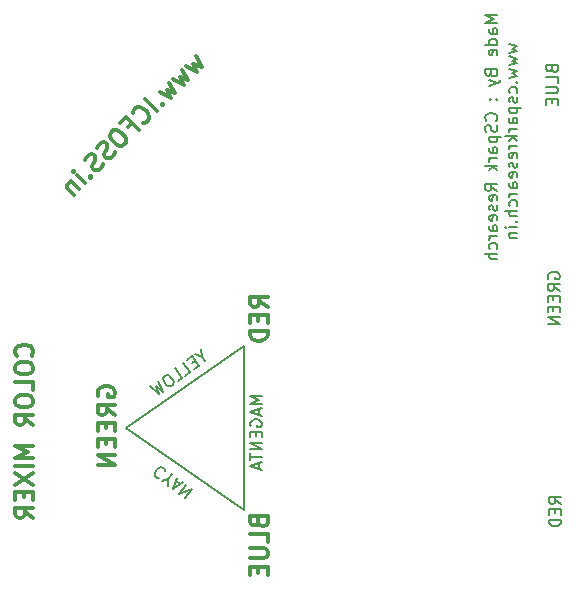
<source format=gbr>
G04 #@! TF.FileFunction,Legend,Bot*
%FSLAX46Y46*%
G04 Gerber Fmt 4.6, Leading zero omitted, Abs format (unit mm)*
G04 Created by KiCad (PCBNEW 4.0.4+e1-6308~48~ubuntu15.10.1-stable) date Wed Sep 27 09:28:55 2017*
%MOMM*%
%LPD*%
G01*
G04 APERTURE LIST*
%ADD10C,0.150000*%
%ADD11C,0.300000*%
%ADD12C,0.200000*%
G04 APERTURE END LIST*
D10*
D11*
X129878554Y-70516876D02*
X130383631Y-71426013D01*
X129676525Y-71122968D01*
X129979570Y-71830075D01*
X129070433Y-71324998D01*
X128767386Y-71628044D02*
X129272463Y-72537181D01*
X128565357Y-72234136D01*
X128868402Y-72941243D01*
X127959264Y-72436166D01*
X127656218Y-72739212D02*
X128161295Y-73648350D01*
X127454189Y-73345304D01*
X127757233Y-74052411D01*
X126848096Y-73547334D01*
X127050127Y-74557487D02*
X127050127Y-74658503D01*
X127151142Y-74658503D01*
X127151142Y-74557487D01*
X127050127Y-74557487D01*
X127151142Y-74658503D01*
X126646065Y-75163579D02*
X125585405Y-74102919D01*
X125433882Y-76173732D02*
X125534898Y-76173732D01*
X125736928Y-76072716D01*
X125837943Y-75971701D01*
X125938959Y-75769671D01*
X125938959Y-75567640D01*
X125888451Y-75416118D01*
X125736928Y-75163579D01*
X125585406Y-75012057D01*
X125332867Y-74860534D01*
X125181345Y-74810026D01*
X124979314Y-74810026D01*
X124777283Y-74911041D01*
X124676268Y-75012056D01*
X124575253Y-75214087D01*
X124575253Y-75315103D01*
X124171192Y-76527285D02*
X124524745Y-76173732D01*
X125080329Y-76729316D02*
X124019668Y-75668655D01*
X123514592Y-76173732D01*
X122908501Y-76779823D02*
X122706471Y-76981853D01*
X122655963Y-77133377D01*
X122655963Y-77335407D01*
X122807486Y-77587945D01*
X123161039Y-77941498D01*
X123413578Y-78093022D01*
X123615608Y-78093022D01*
X123767131Y-78042513D01*
X123969161Y-77840483D01*
X124019669Y-77688961D01*
X124019669Y-77486930D01*
X123868146Y-77234391D01*
X123514593Y-76880838D01*
X123262054Y-76729316D01*
X123060024Y-76729316D01*
X122908501Y-76779823D01*
X123060024Y-78648606D02*
X122959008Y-78850636D01*
X122706470Y-79103174D01*
X122554948Y-79153682D01*
X122453932Y-79153682D01*
X122302409Y-79103174D01*
X122201394Y-79002159D01*
X122150886Y-78850637D01*
X122150886Y-78749621D01*
X122201394Y-78598098D01*
X122352917Y-78345560D01*
X122403425Y-78194037D01*
X122403425Y-78093022D01*
X122352917Y-77941499D01*
X122251902Y-77840484D01*
X122100379Y-77789977D01*
X121999364Y-77789976D01*
X121847840Y-77840484D01*
X121595303Y-78093021D01*
X121494288Y-78295052D01*
X122049872Y-79658758D02*
X121948856Y-79860788D01*
X121696318Y-80113326D01*
X121544795Y-80163834D01*
X121443780Y-80163834D01*
X121292257Y-80113326D01*
X121191242Y-80012311D01*
X121140734Y-79860789D01*
X121140734Y-79759773D01*
X121191242Y-79608251D01*
X121342764Y-79355712D01*
X121393273Y-79204189D01*
X121393272Y-79103174D01*
X121342765Y-78951651D01*
X121241750Y-78850636D01*
X121090227Y-78800129D01*
X120989212Y-78800128D01*
X120837688Y-78850636D01*
X120585150Y-79103174D01*
X120484135Y-79305205D01*
X120938704Y-80668910D02*
X120938705Y-80769925D01*
X121039719Y-80769925D01*
X121039720Y-80668910D01*
X120938704Y-80668910D01*
X121039719Y-80769925D01*
X120534643Y-81275002D02*
X119827536Y-80567895D01*
X119473982Y-80214342D02*
X119574998Y-80214342D01*
X119574998Y-80315357D01*
X119473983Y-80315357D01*
X119473982Y-80214342D01*
X119574998Y-80315357D01*
X119322459Y-81072971D02*
X120029566Y-81780078D01*
X119423475Y-81173987D02*
X119322460Y-81173987D01*
X119170936Y-81224495D01*
X119019414Y-81376017D01*
X118968907Y-81527540D01*
X119019414Y-81679063D01*
X119574998Y-82234647D01*
D12*
X160028571Y-71590477D02*
X160076190Y-71733334D01*
X160123810Y-71780953D01*
X160219048Y-71828572D01*
X160361905Y-71828572D01*
X160457143Y-71780953D01*
X160504762Y-71733334D01*
X160552381Y-71638096D01*
X160552381Y-71257143D01*
X159552381Y-71257143D01*
X159552381Y-71590477D01*
X159600000Y-71685715D01*
X159647619Y-71733334D01*
X159742857Y-71780953D01*
X159838095Y-71780953D01*
X159933333Y-71733334D01*
X159980952Y-71685715D01*
X160028571Y-71590477D01*
X160028571Y-71257143D01*
X160552381Y-72733334D02*
X160552381Y-72257143D01*
X159552381Y-72257143D01*
X159552381Y-73066667D02*
X160361905Y-73066667D01*
X160457143Y-73114286D01*
X160504762Y-73161905D01*
X160552381Y-73257143D01*
X160552381Y-73447620D01*
X160504762Y-73542858D01*
X160457143Y-73590477D01*
X160361905Y-73638096D01*
X159552381Y-73638096D01*
X160028571Y-74114286D02*
X160028571Y-74447620D01*
X160552381Y-74590477D02*
X160552381Y-74114286D01*
X159552381Y-74114286D01*
X159552381Y-74590477D01*
X159750000Y-89333334D02*
X159702381Y-89238096D01*
X159702381Y-89095239D01*
X159750000Y-88952381D01*
X159845238Y-88857143D01*
X159940476Y-88809524D01*
X160130952Y-88761905D01*
X160273810Y-88761905D01*
X160464286Y-88809524D01*
X160559524Y-88857143D01*
X160654762Y-88952381D01*
X160702381Y-89095239D01*
X160702381Y-89190477D01*
X160654762Y-89333334D01*
X160607143Y-89380953D01*
X160273810Y-89380953D01*
X160273810Y-89190477D01*
X160702381Y-90380953D02*
X160226190Y-90047619D01*
X160702381Y-89809524D02*
X159702381Y-89809524D01*
X159702381Y-90190477D01*
X159750000Y-90285715D01*
X159797619Y-90333334D01*
X159892857Y-90380953D01*
X160035714Y-90380953D01*
X160130952Y-90333334D01*
X160178571Y-90285715D01*
X160226190Y-90190477D01*
X160226190Y-89809524D01*
X160178571Y-90809524D02*
X160178571Y-91142858D01*
X160702381Y-91285715D02*
X160702381Y-90809524D01*
X159702381Y-90809524D01*
X159702381Y-91285715D01*
X160178571Y-91714286D02*
X160178571Y-92047620D01*
X160702381Y-92190477D02*
X160702381Y-91714286D01*
X159702381Y-91714286D01*
X159702381Y-92190477D01*
X160702381Y-92619048D02*
X159702381Y-92619048D01*
X160702381Y-93190477D01*
X159702381Y-93190477D01*
X160802381Y-108407143D02*
X160326190Y-108073809D01*
X160802381Y-107835714D02*
X159802381Y-107835714D01*
X159802381Y-108216667D01*
X159850000Y-108311905D01*
X159897619Y-108359524D01*
X159992857Y-108407143D01*
X160135714Y-108407143D01*
X160230952Y-108359524D01*
X160278571Y-108311905D01*
X160326190Y-108216667D01*
X160326190Y-107835714D01*
X160278571Y-108835714D02*
X160278571Y-109169048D01*
X160802381Y-109311905D02*
X160802381Y-108835714D01*
X159802381Y-108835714D01*
X159802381Y-109311905D01*
X160802381Y-109740476D02*
X159802381Y-109740476D01*
X159802381Y-109978571D01*
X159850000Y-110121429D01*
X159945238Y-110216667D01*
X160040476Y-110264286D01*
X160230952Y-110311905D01*
X160373810Y-110311905D01*
X160564286Y-110264286D01*
X160659524Y-110216667D01*
X160754762Y-110121429D01*
X160802381Y-109978571D01*
X160802381Y-109740476D01*
D11*
X115985714Y-95857143D02*
X116057143Y-95785714D01*
X116128571Y-95571428D01*
X116128571Y-95428571D01*
X116057143Y-95214286D01*
X115914286Y-95071428D01*
X115771429Y-95000000D01*
X115485714Y-94928571D01*
X115271429Y-94928571D01*
X114985714Y-95000000D01*
X114842857Y-95071428D01*
X114700000Y-95214286D01*
X114628571Y-95428571D01*
X114628571Y-95571428D01*
X114700000Y-95785714D01*
X114771429Y-95857143D01*
X114628571Y-96785714D02*
X114628571Y-97071428D01*
X114700000Y-97214286D01*
X114842857Y-97357143D01*
X115128571Y-97428571D01*
X115628571Y-97428571D01*
X115914286Y-97357143D01*
X116057143Y-97214286D01*
X116128571Y-97071428D01*
X116128571Y-96785714D01*
X116057143Y-96642857D01*
X115914286Y-96500000D01*
X115628571Y-96428571D01*
X115128571Y-96428571D01*
X114842857Y-96500000D01*
X114700000Y-96642857D01*
X114628571Y-96785714D01*
X116128571Y-98785715D02*
X116128571Y-98071429D01*
X114628571Y-98071429D01*
X114628571Y-99571429D02*
X114628571Y-99857143D01*
X114700000Y-100000001D01*
X114842857Y-100142858D01*
X115128571Y-100214286D01*
X115628571Y-100214286D01*
X115914286Y-100142858D01*
X116057143Y-100000001D01*
X116128571Y-99857143D01*
X116128571Y-99571429D01*
X116057143Y-99428572D01*
X115914286Y-99285715D01*
X115628571Y-99214286D01*
X115128571Y-99214286D01*
X114842857Y-99285715D01*
X114700000Y-99428572D01*
X114628571Y-99571429D01*
X116128571Y-101714287D02*
X115414286Y-101214287D01*
X116128571Y-100857144D02*
X114628571Y-100857144D01*
X114628571Y-101428572D01*
X114700000Y-101571430D01*
X114771429Y-101642858D01*
X114914286Y-101714287D01*
X115128571Y-101714287D01*
X115271429Y-101642858D01*
X115342857Y-101571430D01*
X115414286Y-101428572D01*
X115414286Y-100857144D01*
X116128571Y-103500001D02*
X114628571Y-103500001D01*
X115700000Y-104000001D01*
X114628571Y-104500001D01*
X116128571Y-104500001D01*
X116128571Y-105214287D02*
X114628571Y-105214287D01*
X114628571Y-105785716D02*
X116128571Y-106785716D01*
X114628571Y-106785716D02*
X116128571Y-105785716D01*
X115342857Y-107357144D02*
X115342857Y-107857144D01*
X116128571Y-108071430D02*
X116128571Y-107357144D01*
X114628571Y-107357144D01*
X114628571Y-108071430D01*
X116128571Y-109571430D02*
X115414286Y-109071430D01*
X116128571Y-108714287D02*
X114628571Y-108714287D01*
X114628571Y-109285715D01*
X114700000Y-109428573D01*
X114771429Y-109500001D01*
X114914286Y-109571430D01*
X115128571Y-109571430D01*
X115271429Y-109500001D01*
X115342857Y-109428573D01*
X115414286Y-109285715D01*
X115414286Y-108714287D01*
D12*
X135502381Y-99302381D02*
X134502381Y-99302381D01*
X135216667Y-99635715D01*
X134502381Y-99969048D01*
X135502381Y-99969048D01*
X135216667Y-100397619D02*
X135216667Y-100873810D01*
X135502381Y-100302381D02*
X134502381Y-100635714D01*
X135502381Y-100969048D01*
X134550000Y-101826191D02*
X134502381Y-101730953D01*
X134502381Y-101588096D01*
X134550000Y-101445238D01*
X134645238Y-101350000D01*
X134740476Y-101302381D01*
X134930952Y-101254762D01*
X135073810Y-101254762D01*
X135264286Y-101302381D01*
X135359524Y-101350000D01*
X135454762Y-101445238D01*
X135502381Y-101588096D01*
X135502381Y-101683334D01*
X135454762Y-101826191D01*
X135407143Y-101873810D01*
X135073810Y-101873810D01*
X135073810Y-101683334D01*
X134978571Y-102302381D02*
X134978571Y-102635715D01*
X135502381Y-102778572D02*
X135502381Y-102302381D01*
X134502381Y-102302381D01*
X134502381Y-102778572D01*
X135502381Y-103207143D02*
X134502381Y-103207143D01*
X135502381Y-103778572D01*
X134502381Y-103778572D01*
X134502381Y-104111905D02*
X134502381Y-104683334D01*
X135502381Y-104397619D02*
X134502381Y-104397619D01*
X135216667Y-104969048D02*
X135216667Y-105445239D01*
X135502381Y-104873810D02*
X134502381Y-105207143D01*
X135502381Y-105540477D01*
X127293120Y-105581296D02*
X127282585Y-105514781D01*
X127195001Y-105392288D01*
X127117952Y-105336308D01*
X126974388Y-105290863D01*
X126841359Y-105311932D01*
X126746855Y-105360992D01*
X126596371Y-105487100D01*
X126512402Y-105602675D01*
X126438967Y-105784763D01*
X126421512Y-105889802D01*
X126442582Y-106022831D01*
X126530167Y-106145325D01*
X126607216Y-106201305D01*
X126750779Y-106246749D01*
X126817294Y-106236214D01*
X127570021Y-106253360D02*
X127849919Y-105868113D01*
X126992462Y-106481202D02*
X127570021Y-106253360D01*
X127531807Y-106873059D01*
X128182801Y-106463128D02*
X128568047Y-106743026D01*
X128273690Y-106176001D02*
X127955577Y-107180946D01*
X128813035Y-106567858D01*
X129082707Y-106763786D02*
X128494922Y-107572803D01*
X129545003Y-107099664D01*
X128957218Y-107908681D01*
X130392974Y-95945243D02*
X130672872Y-96330490D01*
X130354758Y-95325545D02*
X130392974Y-95945243D01*
X129815414Y-95717402D01*
X129825639Y-96298576D02*
X129555966Y-96494505D01*
X129748280Y-97002245D02*
X130133527Y-96722347D01*
X129545741Y-95913330D01*
X129160495Y-96193228D01*
X129016312Y-97534051D02*
X129401559Y-97254153D01*
X128813774Y-96445136D01*
X128361394Y-98009877D02*
X128746640Y-97729979D01*
X128158855Y-96920962D01*
X127349838Y-97508747D02*
X127195739Y-97620707D01*
X127146679Y-97715211D01*
X127125610Y-97848240D01*
X127199044Y-98030328D01*
X127394973Y-98300001D01*
X127545457Y-98426109D01*
X127678485Y-98447179D01*
X127783524Y-98429724D01*
X127937623Y-98317764D01*
X127986683Y-98223260D01*
X128007752Y-98090232D01*
X127934318Y-97908144D01*
X127738389Y-97638471D01*
X127587905Y-97512362D01*
X127454877Y-97491292D01*
X127349838Y-97508747D01*
X126733444Y-97956584D02*
X127128606Y-98905550D01*
X126554660Y-98439640D01*
X126820409Y-99129468D01*
X126040001Y-98460400D01*
D11*
X135192857Y-109935714D02*
X135264286Y-110150000D01*
X135335714Y-110221428D01*
X135478571Y-110292857D01*
X135692857Y-110292857D01*
X135835714Y-110221428D01*
X135907143Y-110150000D01*
X135978571Y-110007142D01*
X135978571Y-109435714D01*
X134478571Y-109435714D01*
X134478571Y-109935714D01*
X134550000Y-110078571D01*
X134621429Y-110150000D01*
X134764286Y-110221428D01*
X134907143Y-110221428D01*
X135050000Y-110150000D01*
X135121429Y-110078571D01*
X135192857Y-109935714D01*
X135192857Y-109435714D01*
X135978571Y-111650000D02*
X135978571Y-110935714D01*
X134478571Y-110935714D01*
X134478571Y-112150000D02*
X135692857Y-112150000D01*
X135835714Y-112221428D01*
X135907143Y-112292857D01*
X135978571Y-112435714D01*
X135978571Y-112721428D01*
X135907143Y-112864286D01*
X135835714Y-112935714D01*
X135692857Y-113007143D01*
X134478571Y-113007143D01*
X135192857Y-113721429D02*
X135192857Y-114221429D01*
X135978571Y-114435715D02*
X135978571Y-113721429D01*
X134478571Y-113721429D01*
X134478571Y-114435715D01*
X121650000Y-99300000D02*
X121578571Y-99157143D01*
X121578571Y-98942857D01*
X121650000Y-98728572D01*
X121792857Y-98585714D01*
X121935714Y-98514286D01*
X122221429Y-98442857D01*
X122435714Y-98442857D01*
X122721429Y-98514286D01*
X122864286Y-98585714D01*
X123007143Y-98728572D01*
X123078571Y-98942857D01*
X123078571Y-99085714D01*
X123007143Y-99300000D01*
X122935714Y-99371429D01*
X122435714Y-99371429D01*
X122435714Y-99085714D01*
X123078571Y-100871429D02*
X122364286Y-100371429D01*
X123078571Y-100014286D02*
X121578571Y-100014286D01*
X121578571Y-100585714D01*
X121650000Y-100728572D01*
X121721429Y-100800000D01*
X121864286Y-100871429D01*
X122078571Y-100871429D01*
X122221429Y-100800000D01*
X122292857Y-100728572D01*
X122364286Y-100585714D01*
X122364286Y-100014286D01*
X122292857Y-101514286D02*
X122292857Y-102014286D01*
X123078571Y-102228572D02*
X123078571Y-101514286D01*
X121578571Y-101514286D01*
X121578571Y-102228572D01*
X122292857Y-102871429D02*
X122292857Y-103371429D01*
X123078571Y-103585715D02*
X123078571Y-102871429D01*
X121578571Y-102871429D01*
X121578571Y-103585715D01*
X123078571Y-104228572D02*
X121578571Y-104228572D01*
X123078571Y-105085715D01*
X121578571Y-105085715D01*
X135978571Y-91735715D02*
X135264286Y-91235715D01*
X135978571Y-90878572D02*
X134478571Y-90878572D01*
X134478571Y-91450000D01*
X134550000Y-91592858D01*
X134621429Y-91664286D01*
X134764286Y-91735715D01*
X134978571Y-91735715D01*
X135121429Y-91664286D01*
X135192857Y-91592858D01*
X135264286Y-91450000D01*
X135264286Y-90878572D01*
X135192857Y-92378572D02*
X135192857Y-92878572D01*
X135978571Y-93092858D02*
X135978571Y-92378572D01*
X134478571Y-92378572D01*
X134478571Y-93092858D01*
X135978571Y-93735715D02*
X134478571Y-93735715D01*
X134478571Y-94092858D01*
X134550000Y-94307143D01*
X134692857Y-94450001D01*
X134835714Y-94521429D01*
X135121429Y-94592858D01*
X135335714Y-94592858D01*
X135621429Y-94521429D01*
X135764286Y-94450001D01*
X135907143Y-94307143D01*
X135978571Y-94092858D01*
X135978571Y-93735715D01*
D12*
X134000000Y-108900000D02*
X134000000Y-95100000D01*
X124000000Y-102000000D02*
X134000000Y-108900000D01*
X134000000Y-95000000D02*
X124000000Y-102000000D01*
X155402381Y-67040475D02*
X154402381Y-67040475D01*
X155116667Y-67373809D01*
X154402381Y-67707142D01*
X155402381Y-67707142D01*
X155402381Y-68611904D02*
X154878571Y-68611904D01*
X154783333Y-68564285D01*
X154735714Y-68469047D01*
X154735714Y-68278570D01*
X154783333Y-68183332D01*
X155354762Y-68611904D02*
X155402381Y-68516666D01*
X155402381Y-68278570D01*
X155354762Y-68183332D01*
X155259524Y-68135713D01*
X155164286Y-68135713D01*
X155069048Y-68183332D01*
X155021429Y-68278570D01*
X155021429Y-68516666D01*
X154973810Y-68611904D01*
X155402381Y-69516666D02*
X154402381Y-69516666D01*
X155354762Y-69516666D02*
X155402381Y-69421428D01*
X155402381Y-69230951D01*
X155354762Y-69135713D01*
X155307143Y-69088094D01*
X155211905Y-69040475D01*
X154926190Y-69040475D01*
X154830952Y-69088094D01*
X154783333Y-69135713D01*
X154735714Y-69230951D01*
X154735714Y-69421428D01*
X154783333Y-69516666D01*
X155354762Y-70373809D02*
X155402381Y-70278571D01*
X155402381Y-70088094D01*
X155354762Y-69992856D01*
X155259524Y-69945237D01*
X154878571Y-69945237D01*
X154783333Y-69992856D01*
X154735714Y-70088094D01*
X154735714Y-70278571D01*
X154783333Y-70373809D01*
X154878571Y-70421428D01*
X154973810Y-70421428D01*
X155069048Y-69945237D01*
X154878571Y-71945238D02*
X154926190Y-72088095D01*
X154973810Y-72135714D01*
X155069048Y-72183333D01*
X155211905Y-72183333D01*
X155307143Y-72135714D01*
X155354762Y-72088095D01*
X155402381Y-71992857D01*
X155402381Y-71611904D01*
X154402381Y-71611904D01*
X154402381Y-71945238D01*
X154450000Y-72040476D01*
X154497619Y-72088095D01*
X154592857Y-72135714D01*
X154688095Y-72135714D01*
X154783333Y-72088095D01*
X154830952Y-72040476D01*
X154878571Y-71945238D01*
X154878571Y-71611904D01*
X154735714Y-72516666D02*
X155402381Y-72754761D01*
X154735714Y-72992857D02*
X155402381Y-72754761D01*
X155640476Y-72659523D01*
X155688095Y-72611904D01*
X155735714Y-72516666D01*
X155307143Y-74135714D02*
X155354762Y-74183333D01*
X155402381Y-74135714D01*
X155354762Y-74088095D01*
X155307143Y-74135714D01*
X155402381Y-74135714D01*
X154783333Y-74135714D02*
X154830952Y-74183333D01*
X154878571Y-74135714D01*
X154830952Y-74088095D01*
X154783333Y-74135714D01*
X154878571Y-74135714D01*
X155307143Y-75945238D02*
X155354762Y-75897619D01*
X155402381Y-75754762D01*
X155402381Y-75659524D01*
X155354762Y-75516666D01*
X155259524Y-75421428D01*
X155164286Y-75373809D01*
X154973810Y-75326190D01*
X154830952Y-75326190D01*
X154640476Y-75373809D01*
X154545238Y-75421428D01*
X154450000Y-75516666D01*
X154402381Y-75659524D01*
X154402381Y-75754762D01*
X154450000Y-75897619D01*
X154497619Y-75945238D01*
X155354762Y-76326190D02*
X155402381Y-76469047D01*
X155402381Y-76707143D01*
X155354762Y-76802381D01*
X155307143Y-76850000D01*
X155211905Y-76897619D01*
X155116667Y-76897619D01*
X155021429Y-76850000D01*
X154973810Y-76802381D01*
X154926190Y-76707143D01*
X154878571Y-76516666D01*
X154830952Y-76421428D01*
X154783333Y-76373809D01*
X154688095Y-76326190D01*
X154592857Y-76326190D01*
X154497619Y-76373809D01*
X154450000Y-76421428D01*
X154402381Y-76516666D01*
X154402381Y-76754762D01*
X154450000Y-76897619D01*
X154735714Y-77326190D02*
X155735714Y-77326190D01*
X154783333Y-77326190D02*
X154735714Y-77421428D01*
X154735714Y-77611905D01*
X154783333Y-77707143D01*
X154830952Y-77754762D01*
X154926190Y-77802381D01*
X155211905Y-77802381D01*
X155307143Y-77754762D01*
X155354762Y-77707143D01*
X155402381Y-77611905D01*
X155402381Y-77421428D01*
X155354762Y-77326190D01*
X155402381Y-78659524D02*
X154878571Y-78659524D01*
X154783333Y-78611905D01*
X154735714Y-78516667D01*
X154735714Y-78326190D01*
X154783333Y-78230952D01*
X155354762Y-78659524D02*
X155402381Y-78564286D01*
X155402381Y-78326190D01*
X155354762Y-78230952D01*
X155259524Y-78183333D01*
X155164286Y-78183333D01*
X155069048Y-78230952D01*
X155021429Y-78326190D01*
X155021429Y-78564286D01*
X154973810Y-78659524D01*
X155402381Y-79135714D02*
X154735714Y-79135714D01*
X154926190Y-79135714D02*
X154830952Y-79183333D01*
X154783333Y-79230952D01*
X154735714Y-79326190D01*
X154735714Y-79421429D01*
X155402381Y-79754762D02*
X154402381Y-79754762D01*
X155021429Y-79850000D02*
X155402381Y-80135715D01*
X154735714Y-80135715D02*
X155116667Y-79754762D01*
X155402381Y-81897620D02*
X154926190Y-81564286D01*
X155402381Y-81326191D02*
X154402381Y-81326191D01*
X154402381Y-81707144D01*
X154450000Y-81802382D01*
X154497619Y-81850001D01*
X154592857Y-81897620D01*
X154735714Y-81897620D01*
X154830952Y-81850001D01*
X154878571Y-81802382D01*
X154926190Y-81707144D01*
X154926190Y-81326191D01*
X155354762Y-82707144D02*
X155402381Y-82611906D01*
X155402381Y-82421429D01*
X155354762Y-82326191D01*
X155259524Y-82278572D01*
X154878571Y-82278572D01*
X154783333Y-82326191D01*
X154735714Y-82421429D01*
X154735714Y-82611906D01*
X154783333Y-82707144D01*
X154878571Y-82754763D01*
X154973810Y-82754763D01*
X155069048Y-82278572D01*
X155354762Y-83135715D02*
X155402381Y-83230953D01*
X155402381Y-83421429D01*
X155354762Y-83516668D01*
X155259524Y-83564287D01*
X155211905Y-83564287D01*
X155116667Y-83516668D01*
X155069048Y-83421429D01*
X155069048Y-83278572D01*
X155021429Y-83183334D01*
X154926190Y-83135715D01*
X154878571Y-83135715D01*
X154783333Y-83183334D01*
X154735714Y-83278572D01*
X154735714Y-83421429D01*
X154783333Y-83516668D01*
X155354762Y-84373811D02*
X155402381Y-84278573D01*
X155402381Y-84088096D01*
X155354762Y-83992858D01*
X155259524Y-83945239D01*
X154878571Y-83945239D01*
X154783333Y-83992858D01*
X154735714Y-84088096D01*
X154735714Y-84278573D01*
X154783333Y-84373811D01*
X154878571Y-84421430D01*
X154973810Y-84421430D01*
X155069048Y-83945239D01*
X155402381Y-85278573D02*
X154878571Y-85278573D01*
X154783333Y-85230954D01*
X154735714Y-85135716D01*
X154735714Y-84945239D01*
X154783333Y-84850001D01*
X155354762Y-85278573D02*
X155402381Y-85183335D01*
X155402381Y-84945239D01*
X155354762Y-84850001D01*
X155259524Y-84802382D01*
X155164286Y-84802382D01*
X155069048Y-84850001D01*
X155021429Y-84945239D01*
X155021429Y-85183335D01*
X154973810Y-85278573D01*
X155402381Y-85754763D02*
X154735714Y-85754763D01*
X154926190Y-85754763D02*
X154830952Y-85802382D01*
X154783333Y-85850001D01*
X154735714Y-85945239D01*
X154735714Y-86040478D01*
X155354762Y-86802383D02*
X155402381Y-86707145D01*
X155402381Y-86516668D01*
X155354762Y-86421430D01*
X155307143Y-86373811D01*
X155211905Y-86326192D01*
X154926190Y-86326192D01*
X154830952Y-86373811D01*
X154783333Y-86421430D01*
X154735714Y-86516668D01*
X154735714Y-86707145D01*
X154783333Y-86802383D01*
X155402381Y-87230954D02*
X154402381Y-87230954D01*
X155402381Y-87659526D02*
X154878571Y-87659526D01*
X154783333Y-87611907D01*
X154735714Y-87516669D01*
X154735714Y-87373811D01*
X154783333Y-87278573D01*
X154830952Y-87230954D01*
X156435714Y-69469047D02*
X157102381Y-69659523D01*
X156626190Y-69850000D01*
X157102381Y-70040476D01*
X156435714Y-70230952D01*
X156435714Y-70516666D02*
X157102381Y-70707142D01*
X156626190Y-70897619D01*
X157102381Y-71088095D01*
X156435714Y-71278571D01*
X156435714Y-71564285D02*
X157102381Y-71754761D01*
X156626190Y-71945238D01*
X157102381Y-72135714D01*
X156435714Y-72326190D01*
X157007143Y-72707142D02*
X157054762Y-72754761D01*
X157102381Y-72707142D01*
X157054762Y-72659523D01*
X157007143Y-72707142D01*
X157102381Y-72707142D01*
X157054762Y-73611904D02*
X157102381Y-73516666D01*
X157102381Y-73326189D01*
X157054762Y-73230951D01*
X157007143Y-73183332D01*
X156911905Y-73135713D01*
X156626190Y-73135713D01*
X156530952Y-73183332D01*
X156483333Y-73230951D01*
X156435714Y-73326189D01*
X156435714Y-73516666D01*
X156483333Y-73611904D01*
X157054762Y-73992856D02*
X157102381Y-74088094D01*
X157102381Y-74278570D01*
X157054762Y-74373809D01*
X156959524Y-74421428D01*
X156911905Y-74421428D01*
X156816667Y-74373809D01*
X156769048Y-74278570D01*
X156769048Y-74135713D01*
X156721429Y-74040475D01*
X156626190Y-73992856D01*
X156578571Y-73992856D01*
X156483333Y-74040475D01*
X156435714Y-74135713D01*
X156435714Y-74278570D01*
X156483333Y-74373809D01*
X156435714Y-74849999D02*
X157435714Y-74849999D01*
X156483333Y-74849999D02*
X156435714Y-74945237D01*
X156435714Y-75135714D01*
X156483333Y-75230952D01*
X156530952Y-75278571D01*
X156626190Y-75326190D01*
X156911905Y-75326190D01*
X157007143Y-75278571D01*
X157054762Y-75230952D01*
X157102381Y-75135714D01*
X157102381Y-74945237D01*
X157054762Y-74849999D01*
X157102381Y-76183333D02*
X156578571Y-76183333D01*
X156483333Y-76135714D01*
X156435714Y-76040476D01*
X156435714Y-75849999D01*
X156483333Y-75754761D01*
X157054762Y-76183333D02*
X157102381Y-76088095D01*
X157102381Y-75849999D01*
X157054762Y-75754761D01*
X156959524Y-75707142D01*
X156864286Y-75707142D01*
X156769048Y-75754761D01*
X156721429Y-75849999D01*
X156721429Y-76088095D01*
X156673810Y-76183333D01*
X157102381Y-76659523D02*
X156435714Y-76659523D01*
X156626190Y-76659523D02*
X156530952Y-76707142D01*
X156483333Y-76754761D01*
X156435714Y-76849999D01*
X156435714Y-76945238D01*
X157102381Y-77278571D02*
X156102381Y-77278571D01*
X156721429Y-77373809D02*
X157102381Y-77659524D01*
X156435714Y-77659524D02*
X156816667Y-77278571D01*
X157102381Y-78088095D02*
X156435714Y-78088095D01*
X156626190Y-78088095D02*
X156530952Y-78135714D01*
X156483333Y-78183333D01*
X156435714Y-78278571D01*
X156435714Y-78373810D01*
X157054762Y-79088096D02*
X157102381Y-78992858D01*
X157102381Y-78802381D01*
X157054762Y-78707143D01*
X156959524Y-78659524D01*
X156578571Y-78659524D01*
X156483333Y-78707143D01*
X156435714Y-78802381D01*
X156435714Y-78992858D01*
X156483333Y-79088096D01*
X156578571Y-79135715D01*
X156673810Y-79135715D01*
X156769048Y-78659524D01*
X157054762Y-79516667D02*
X157102381Y-79611905D01*
X157102381Y-79802381D01*
X157054762Y-79897620D01*
X156959524Y-79945239D01*
X156911905Y-79945239D01*
X156816667Y-79897620D01*
X156769048Y-79802381D01*
X156769048Y-79659524D01*
X156721429Y-79564286D01*
X156626190Y-79516667D01*
X156578571Y-79516667D01*
X156483333Y-79564286D01*
X156435714Y-79659524D01*
X156435714Y-79802381D01*
X156483333Y-79897620D01*
X157054762Y-80754763D02*
X157102381Y-80659525D01*
X157102381Y-80469048D01*
X157054762Y-80373810D01*
X156959524Y-80326191D01*
X156578571Y-80326191D01*
X156483333Y-80373810D01*
X156435714Y-80469048D01*
X156435714Y-80659525D01*
X156483333Y-80754763D01*
X156578571Y-80802382D01*
X156673810Y-80802382D01*
X156769048Y-80326191D01*
X157102381Y-81659525D02*
X156578571Y-81659525D01*
X156483333Y-81611906D01*
X156435714Y-81516668D01*
X156435714Y-81326191D01*
X156483333Y-81230953D01*
X157054762Y-81659525D02*
X157102381Y-81564287D01*
X157102381Y-81326191D01*
X157054762Y-81230953D01*
X156959524Y-81183334D01*
X156864286Y-81183334D01*
X156769048Y-81230953D01*
X156721429Y-81326191D01*
X156721429Y-81564287D01*
X156673810Y-81659525D01*
X157102381Y-82135715D02*
X156435714Y-82135715D01*
X156626190Y-82135715D02*
X156530952Y-82183334D01*
X156483333Y-82230953D01*
X156435714Y-82326191D01*
X156435714Y-82421430D01*
X157054762Y-83183335D02*
X157102381Y-83088097D01*
X157102381Y-82897620D01*
X157054762Y-82802382D01*
X157007143Y-82754763D01*
X156911905Y-82707144D01*
X156626190Y-82707144D01*
X156530952Y-82754763D01*
X156483333Y-82802382D01*
X156435714Y-82897620D01*
X156435714Y-83088097D01*
X156483333Y-83183335D01*
X157102381Y-83611906D02*
X156102381Y-83611906D01*
X157102381Y-84040478D02*
X156578571Y-84040478D01*
X156483333Y-83992859D01*
X156435714Y-83897621D01*
X156435714Y-83754763D01*
X156483333Y-83659525D01*
X156530952Y-83611906D01*
X157007143Y-84516668D02*
X157054762Y-84564287D01*
X157102381Y-84516668D01*
X157054762Y-84469049D01*
X157007143Y-84516668D01*
X157102381Y-84516668D01*
X157102381Y-84992858D02*
X156435714Y-84992858D01*
X156102381Y-84992858D02*
X156150000Y-84945239D01*
X156197619Y-84992858D01*
X156150000Y-85040477D01*
X156102381Y-84992858D01*
X156197619Y-84992858D01*
X156435714Y-85469048D02*
X157102381Y-85469048D01*
X156530952Y-85469048D02*
X156483333Y-85516667D01*
X156435714Y-85611905D01*
X156435714Y-85754763D01*
X156483333Y-85850001D01*
X156578571Y-85897620D01*
X157102381Y-85897620D01*
M02*

</source>
